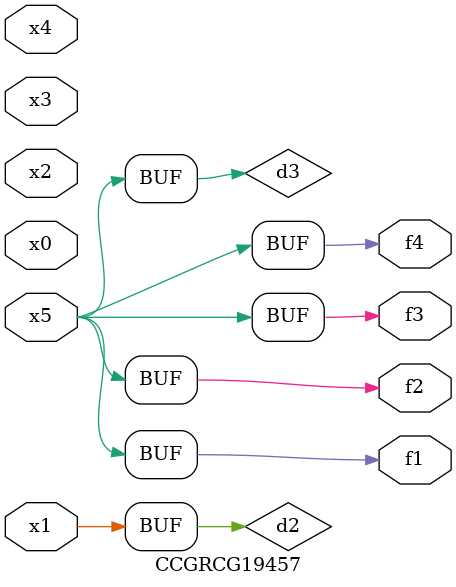
<source format=v>
module CCGRCG19457(
	input x0, x1, x2, x3, x4, x5,
	output f1, f2, f3, f4
);

	wire d1, d2, d3;

	not (d1, x5);
	or (d2, x1);
	xnor (d3, d1);
	assign f1 = d3;
	assign f2 = d3;
	assign f3 = d3;
	assign f4 = d3;
endmodule

</source>
